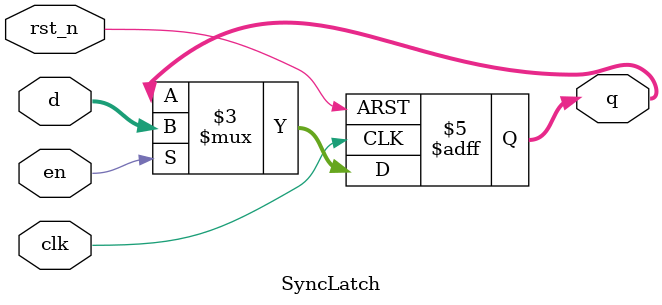
<source format=sv>
module SyncLatch #(parameter WIDTH=8) (
    input clk, rst_n, en,
    input [WIDTH-1:0] d,
    output reg [WIDTH-1:0] q
);
always @(posedge clk or negedge rst_n)
    if(!rst_n) q <= 0;
    else if(en) q <= d;
endmodule
</source>
